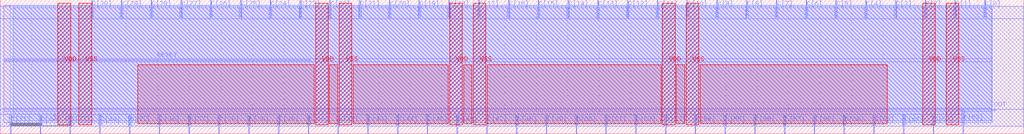
<source format=lef>
VERSION 5.7 ;
  NOWIREEXTENSIONATPIN ON ;
  DIVIDERCHAR "/" ;
  BUSBITCHARS "[]" ;
MACRO NBR64
  CLASS BLOCK ;
  FOREIGN NBR64 ;
  ORIGIN 0.000 0.000 ;
  SIZE 324.605 BY 42.490 ;
  PIN OUT
    PORT
      LAYER met1 ;
        RECT 314.460 7.370 315.570 7.760 ;
    END
  END OUT
  PIN VDD
    DIRECTION INOUT ;
    USE POWER ;
    PORT
      LAYER met4 ;
        RECT 18.250 2.795 22.280 41.325 ;
    END
    PORT
      LAYER met4 ;
        RECT 99.965 2.800 103.995 41.330 ;
    END
    PORT
      LAYER met4 ;
        RECT 142.465 2.800 146.495 41.330 ;
    END
    PORT
      LAYER met4 ;
        RECT 209.965 2.800 213.995 41.330 ;
    END
    PORT
      LAYER met4 ;
        RECT 292.465 2.800 296.495 41.330 ;
    END
  END VDD
  PIN VSS
    DIRECTION INOUT ;
    USE GROUND ;
    PORT
      LAYER met4 ;
        RECT 24.965 2.800 28.995 41.330 ;
    END
    PORT
      LAYER met4 ;
        RECT 107.465 2.800 111.495 41.330 ;
    END
    PORT
      LAYER met4 ;
        RECT 149.965 2.800 153.995 41.330 ;
    END
    PORT
      LAYER met4 ;
        RECT 217.465 2.800 221.495 41.330 ;
    END
    PORT
      LAYER met4 ;
        RECT 299.965 2.800 303.995 41.330 ;
    END
  END VSS
  PIN RESET
    PORT
      LAYER met1 ;
        RECT 1.095 23.130 98.015 23.450 ;
    END
  END RESET
  PIN C[0]
    PORT
      LAYER met2 ;
        RECT 312.140 36.710 312.360 42.490 ;
    END
  END C[0]
  PIN C[1]
    PORT
      LAYER met2 ;
        RECT 302.700 36.710 302.920 42.490 ;
    END
  END C[1]
  PIN C[2]
    PORT
      LAYER met2 ;
        RECT 293.260 36.710 293.480 42.490 ;
    END
  END C[2]
  PIN C[3]
    PORT
      LAYER met2 ;
        RECT 283.820 36.710 284.040 42.490 ;
    END
  END C[3]
  PIN C[4]
    PORT
      LAYER met2 ;
        RECT 274.380 36.710 274.600 42.490 ;
    END
  END C[4]
  PIN C[5]
    PORT
      LAYER met2 ;
        RECT 264.940 36.710 265.160 42.490 ;
    END
  END C[5]
  PIN C[6]
    PORT
      LAYER met2 ;
        RECT 255.500 36.710 255.720 42.490 ;
    END
  END C[6]
  PIN C[7]
    PORT
      LAYER met2 ;
        RECT 246.060 36.710 246.280 42.490 ;
    END
  END C[7]
  PIN C[8]
    PORT
      LAYER met2 ;
        RECT 236.620 36.710 236.840 42.490 ;
    END
  END C[8]
  PIN C[9]
    PORT
      LAYER met2 ;
        RECT 227.180 36.710 227.400 42.490 ;
    END
  END C[9]
  PIN C[10]
    PORT
      LAYER met2 ;
        RECT 217.740 36.710 217.960 42.490 ;
    END
  END C[10]
  PIN C[11]
    PORT
      LAYER met2 ;
        RECT 208.300 36.710 208.520 42.490 ;
    END
  END C[11]
  PIN C[12]
    PORT
      LAYER met2 ;
        RECT 198.860 36.710 199.080 42.490 ;
    END
  END C[12]
  PIN C[13]
    PORT
      LAYER met2 ;
        RECT 189.420 36.710 189.640 42.490 ;
    END
  END C[13]
  PIN C[14]
    PORT
      LAYER met2 ;
        RECT 179.980 36.710 180.200 42.490 ;
    END
  END C[14]
  PIN C[15]
    PORT
      LAYER met2 ;
        RECT 170.540 36.710 170.760 42.490 ;
    END
  END C[15]
  PIN C[16]
    PORT
      LAYER met2 ;
        RECT 161.100 36.710 161.320 42.490 ;
    END
  END C[16]
  PIN C[17]
    PORT
      LAYER met2 ;
        RECT 151.660 36.710 151.880 42.490 ;
    END
  END C[17]
  PIN C[18]
    PORT
      LAYER met2 ;
        RECT 142.220 36.710 142.440 42.490 ;
    END
  END C[18]
  PIN C[19]
    PORT
      LAYER met2 ;
        RECT 132.780 36.710 133.000 42.490 ;
    END
  END C[19]
  PIN C[20]
    PORT
      LAYER met2 ;
        RECT 123.340 36.710 123.560 42.490 ;
    END
  END C[20]
  PIN C[21]
    PORT
      LAYER met2 ;
        RECT 113.900 36.710 114.120 42.490 ;
    END
  END C[21]
  PIN C[22]
    PORT
      LAYER met2 ;
        RECT 104.460 36.710 104.680 42.490 ;
    END
  END C[22]
  PIN C[23]
    PORT
      LAYER met2 ;
        RECT 95.020 36.710 95.240 42.490 ;
    END
  END C[23]
  PIN C[24]
    PORT
      LAYER met2 ;
        RECT 85.580 36.710 85.800 42.490 ;
    END
  END C[24]
  PIN C[25]
    PORT
      LAYER met2 ;
        RECT 76.140 36.710 76.360 42.490 ;
    END
  END C[25]
  PIN C[26]
    PORT
      LAYER met2 ;
        RECT 66.700 36.710 66.920 42.490 ;
    END
  END C[26]
  PIN C[27]
    PORT
      LAYER met2 ;
        RECT 57.260 36.710 57.480 42.490 ;
    END
  END C[27]
  PIN C[28]
    PORT
      LAYER met2 ;
        RECT 47.820 36.710 48.040 42.490 ;
    END
  END C[28]
  PIN C[29]
    PORT
      LAYER met2 ;
        RECT 38.380 36.710 38.600 42.490 ;
    END
  END C[29]
  PIN C[30]
    PORT
      LAYER met2 ;
        RECT 28.940 36.710 29.160 42.490 ;
    END
  END C[30]
  PIN C[31]
    PORT
      LAYER met2 ;
        RECT 3.205 0.110 3.430 5.840 ;
    END
  END C[31]
  PIN C[32]
    PORT
      LAYER met2 ;
        RECT 12.645 0.110 12.870 5.840 ;
    END
  END C[32]
  PIN C[33]
    PORT
      LAYER met2 ;
        RECT 22.085 0.110 22.310 5.840 ;
    END
  END C[33]
  PIN C[34]
    PORT
      LAYER met2 ;
        RECT 31.525 0.110 31.750 5.840 ;
    END
  END C[34]
  PIN C[35]
    PORT
      LAYER met2 ;
        RECT 40.965 0.110 41.190 5.840 ;
    END
  END C[35]
  PIN C[36]
    PORT
      LAYER met2 ;
        RECT 50.405 0.110 50.630 5.840 ;
    END
  END C[36]
  PIN C[37]
    PORT
      LAYER met2 ;
        RECT 59.845 0.110 60.070 5.840 ;
    END
  END C[37]
  PIN C[38]
    PORT
      LAYER met2 ;
        RECT 69.285 0.110 69.510 5.840 ;
    END
  END C[38]
  PIN C[39]
    PORT
      LAYER met2 ;
        RECT 78.725 0.110 78.950 5.840 ;
    END
  END C[39]
  PIN C[40]
    PORT
      LAYER met2 ;
        RECT 88.165 0.110 88.390 5.840 ;
    END
  END C[40]
  PIN C[41]
    PORT
      LAYER met2 ;
        RECT 97.605 0.110 97.830 5.840 ;
    END
  END C[41]
  PIN C[42]
    PORT
      LAYER met2 ;
        RECT 107.045 0.110 107.270 5.840 ;
    END
  END C[42]
  PIN C[43]
    PORT
      LAYER met2 ;
        RECT 116.485 0.110 116.710 5.840 ;
    END
  END C[43]
  PIN C[44]
    PORT
      LAYER met2 ;
        RECT 125.925 0.110 126.150 5.840 ;
    END
  END C[44]
  PIN C[45]
    PORT
      LAYER met2 ;
        RECT 135.365 0.110 135.590 5.840 ;
    END
  END C[45]
  PIN C[46]
    PORT
      LAYER met2 ;
        RECT 144.805 0.110 145.030 5.840 ;
    END
  END C[46]
  PIN C[47]
    PORT
      LAYER met2 ;
        RECT 154.245 0.110 154.470 5.840 ;
    END
  END C[47]
  PIN C[48]
    PORT
      LAYER met2 ;
        RECT 163.685 0.110 163.910 5.840 ;
    END
  END C[48]
  PIN C[49]
    PORT
      LAYER met2 ;
        RECT 173.125 0.110 173.350 5.840 ;
    END
  END C[49]
  PIN C[50]
    PORT
      LAYER met2 ;
        RECT 182.565 0.110 182.790 5.840 ;
    END
  END C[50]
  PIN C[51]
    PORT
      LAYER met2 ;
        RECT 192.005 0.110 192.230 5.840 ;
    END
  END C[51]
  PIN C[52]
    PORT
      LAYER met2 ;
        RECT 201.445 0.110 201.670 5.840 ;
    END
  END C[52]
  PIN C[53]
    PORT
      LAYER met2 ;
        RECT 210.885 0.110 211.110 5.840 ;
    END
  END C[53]
  PIN C[54]
    PORT
      LAYER met2 ;
        RECT 220.325 0.110 220.550 5.840 ;
    END
  END C[54]
  PIN C[55]
    PORT
      LAYER met2 ;
        RECT 229.765 0.110 229.990 5.840 ;
    END
  END C[55]
  PIN C[56]
    PORT
      LAYER met2 ;
        RECT 239.205 0.110 239.430 5.840 ;
    END
  END C[56]
  PIN C[57]
    PORT
      LAYER met2 ;
        RECT 248.645 0.110 248.870 5.840 ;
    END
  END C[57]
  PIN C[58]
    PORT
      LAYER met2 ;
        RECT 258.085 0.110 258.310 5.840 ;
    END
  END C[58]
  PIN C[59]
    PORT
      LAYER met2 ;
        RECT 267.525 0.110 267.750 5.840 ;
    END
  END C[59]
  PIN C[60]
    PORT
      LAYER met2 ;
        RECT 276.965 0.110 277.190 5.840 ;
    END
  END C[60]
  PIN C[61]
    PORT
      LAYER met2 ;
        RECT 286.405 0.110 286.630 5.840 ;
    END
  END C[61]
  PIN C[62]
    PORT
      LAYER met2 ;
        RECT 295.845 0.110 296.070 5.840 ;
    END
  END C[62]
  PIN C[63]
    PORT
      LAYER met2 ;
        RECT 305.230 0.000 305.510 7.430 ;
    END
  END C[63]
  OBS
      LAYER li1 ;
        RECT 4.060 4.170 314.420 39.970 ;
      LAYER met1 ;
        RECT 1.100 23.730 314.610 40.670 ;
        RECT 98.295 22.850 314.610 23.730 ;
        RECT 1.100 8.040 314.610 22.850 ;
        RECT 1.100 7.090 314.180 8.040 ;
        RECT 1.100 3.470 314.610 7.090 ;
      LAYER met2 ;
        RECT 0.000 36.430 28.660 40.420 ;
        RECT 29.440 36.430 38.100 40.420 ;
        RECT 38.880 36.430 47.540 40.420 ;
        RECT 48.320 36.430 56.980 40.420 ;
        RECT 57.760 36.430 66.420 40.420 ;
        RECT 67.200 36.430 75.860 40.420 ;
        RECT 76.640 36.430 85.300 40.420 ;
        RECT 86.080 36.430 94.740 40.420 ;
        RECT 95.520 36.430 104.180 40.420 ;
        RECT 104.960 36.430 113.620 40.420 ;
        RECT 114.400 36.430 123.060 40.420 ;
        RECT 123.840 36.430 132.500 40.420 ;
        RECT 133.280 36.430 141.940 40.420 ;
        RECT 142.720 36.430 151.380 40.420 ;
        RECT 152.160 36.430 160.820 40.420 ;
        RECT 161.600 36.430 170.260 40.420 ;
        RECT 171.040 36.430 179.700 40.420 ;
        RECT 180.480 36.430 189.140 40.420 ;
        RECT 189.920 36.430 198.580 40.420 ;
        RECT 199.360 36.430 208.020 40.420 ;
        RECT 208.800 36.430 217.460 40.420 ;
        RECT 218.240 36.430 226.900 40.420 ;
        RECT 227.680 36.430 236.340 40.420 ;
        RECT 237.120 36.430 245.780 40.420 ;
        RECT 246.560 36.430 255.220 40.420 ;
        RECT 256.000 36.430 264.660 40.420 ;
        RECT 265.440 36.430 274.100 40.420 ;
        RECT 274.880 36.430 283.540 40.420 ;
        RECT 284.320 36.430 292.980 40.420 ;
        RECT 293.760 36.430 302.420 40.420 ;
        RECT 303.200 36.430 311.860 40.420 ;
        RECT 312.640 36.430 324.605 40.420 ;
        RECT 0.000 7.710 324.605 36.430 ;
        RECT 0.000 6.120 304.950 7.710 ;
        RECT 0.000 2.340 2.925 6.120 ;
        RECT 3.710 2.340 12.365 6.120 ;
        RECT 13.150 2.340 21.805 6.120 ;
        RECT 22.590 2.340 31.245 6.120 ;
        RECT 32.030 2.340 40.685 6.120 ;
        RECT 41.470 2.340 50.125 6.120 ;
        RECT 50.910 2.340 59.565 6.120 ;
        RECT 60.350 2.340 69.005 6.120 ;
        RECT 69.790 2.340 78.445 6.120 ;
        RECT 79.230 2.340 87.885 6.120 ;
        RECT 88.670 2.340 97.325 6.120 ;
        RECT 98.110 2.340 106.765 6.120 ;
        RECT 107.550 2.340 116.205 6.120 ;
        RECT 116.990 2.340 125.645 6.120 ;
        RECT 126.430 2.340 135.085 6.120 ;
        RECT 135.870 2.340 144.525 6.120 ;
        RECT 145.310 2.340 153.965 6.120 ;
        RECT 154.750 2.340 163.405 6.120 ;
        RECT 164.190 2.340 172.845 6.120 ;
        RECT 173.630 2.340 182.285 6.120 ;
        RECT 183.070 2.340 191.725 6.120 ;
        RECT 192.510 2.340 201.165 6.120 ;
        RECT 201.950 2.340 210.605 6.120 ;
        RECT 211.390 2.340 220.045 6.120 ;
        RECT 220.830 2.340 229.485 6.120 ;
        RECT 230.270 2.340 238.925 6.120 ;
        RECT 239.710 2.340 248.365 6.120 ;
        RECT 249.150 2.340 257.805 6.120 ;
        RECT 258.590 2.340 267.245 6.120 ;
        RECT 268.030 2.340 276.685 6.120 ;
        RECT 277.470 2.340 286.125 6.120 ;
        RECT 286.910 2.340 295.565 6.120 ;
        RECT 296.350 2.340 304.950 6.120 ;
        RECT 305.790 2.340 324.605 7.710 ;
      LAYER met3 ;
        RECT 3.110 3.465 314.610 40.675 ;
      LAYER met4 ;
        RECT 43.620 3.180 99.565 21.920 ;
        RECT 104.395 3.180 107.065 21.920 ;
        RECT 111.895 3.180 142.065 21.920 ;
        RECT 146.895 3.180 149.565 21.920 ;
        RECT 154.395 3.180 209.565 21.920 ;
        RECT 214.395 3.180 217.065 21.920 ;
        RECT 221.895 3.180 281.230 21.920 ;
  END
END NBR64
END LIBRARY


</source>
